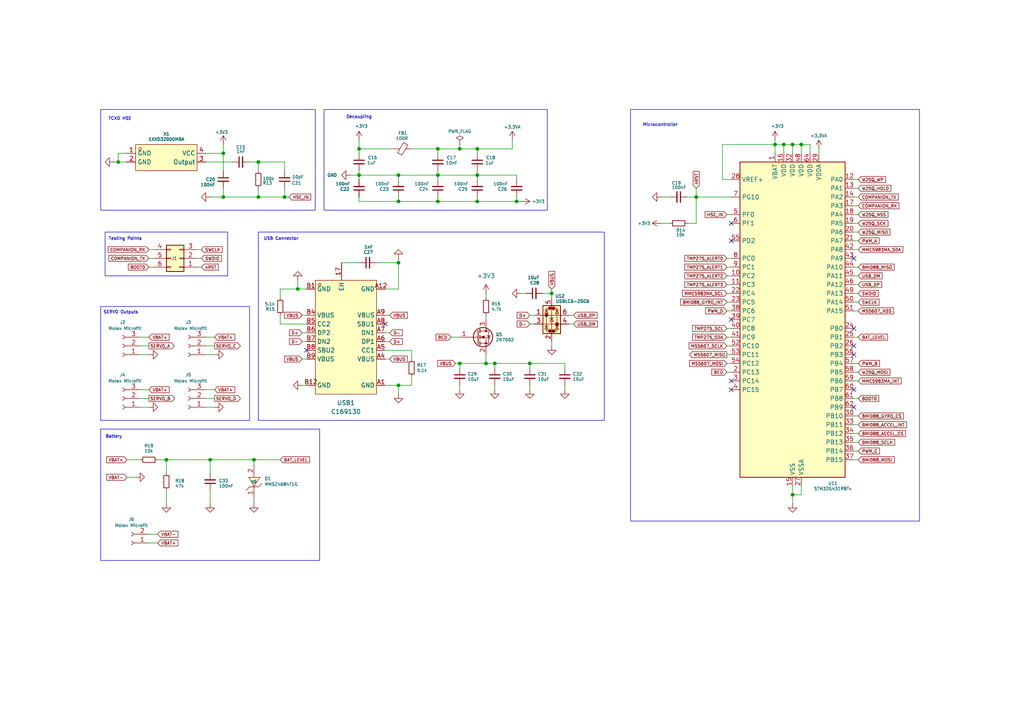
<source format=kicad_sch>
(kicad_sch (version 20231120) (generator "eeschema") (generator_version "8.0")
  (paper "A4")
  (title_block (title "Airbrake") (date "2025-01-21") (rev "0") (company "CUHAR") (comment 2 "Controller"))
  (junction (at 74.93 46.99))
  (junction (at 227.33 41.91))
  (junction (at 229.87 41.91))
  (junction (at 143.51 105.41))
  (junction (at 160.02 85.09))
  (junction (at 34.29 46.99))
  (junction (at 115.57 111.76))
  (junction (at 115.57 50.8))
  (junction (at 48.26 133.35))
  (junction (at 127 43.18))
  (junction (at 86.36 83.82))
  (junction (at 73.66 133.35))
  (junction (at 104.14 50.8))
  (junction (at 127 58.42))
  (junction (at 133.35 105.41))
  (junction (at 153.67 105.41))
  (junction (at 74.93 57.15))
  (junction (at 229.87 143.51))
  (junction (at 60.96 133.35))
  (junction (at 138.43 43.18))
  (junction (at 149.86 58.42))
  (junction (at 201.93 57.15))
  (junction (at 115.57 58.42))
  (junction (at 138.43 58.42))
  (junction (at 133.35 43.18))
  (junction (at 115.57 76.2))
  (junction (at 138.43 50.8))
  (junction (at 140.97 105.41))
  (junction (at 224.79 41.91))
  (junction (at 104.14 43.18))
  (junction (at 64.77 57.15))
  (junction (at 64.77 44.45))
  (junction (at 127 50.8))
  (junction (at 82.55 57.15))
  (junction (at 232.41 41.91))
  (no_connect (at 247.65 74.93))
  (no_connect (at 247.65 113.03))
  (no_connect (at 212.09 110.49))
  (no_connect (at 247.65 100.33))
  (no_connect (at 247.65 102.87))
  (no_connect (at 247.65 118.11))
  (no_connect (at 212.09 69.85))
  (no_connect (at 212.09 64.77))
  (no_connect (at 247.65 95.25))
  (no_connect (at 111.76 93.98))
  (no_connect (at 212.09 92.71))
  (no_connect (at 88.9 101.6))
  (no_connect (at 212.09 113.03))
  (wire (pts (xy 232.41 140.97) (xy 232.41 143.51)))
  (wire (pts (xy 153.67 105.41) (xy 163.83 105.41)))
  (wire (pts (xy 74.93 57.15) (xy 82.55 57.15)))
  (wire (pts (xy 74.93 54.61) (xy 74.93 57.15)))
  (wire (pts (xy 248.92 82.55) (xy 247.65 82.55)))
  (wire (pts (xy 149.86 58.42) (xy 149.86 57.15)))
  (wire (pts (xy 104.14 50.8) (xy 101.6 50.8)))
  (wire (pts (xy 88.9 99.06) (xy 87.63 99.06)))
  (wire (pts (xy 138.43 43.18) (xy 138.43 44.45)))
  (wire (pts (xy 212.09 90.17) (xy 210.82 90.17)))
  (wire (pts (xy 140.97 102.87) (xy 140.97 105.41)))
  (wire (pts (xy 160.02 85.09) (xy 160.02 86.36)))
  (wire (pts (xy 248.92 133.35) (xy 247.65 133.35)))
  (wire (pts (xy 224.79 40.64) (xy 224.79 41.91)))
  (wire (pts (xy 81.28 83.82) (xy 86.36 83.82)))
  (wire (pts (xy 138.43 43.18) (xy 133.35 43.18)))
  (wire (pts (xy 87.63 104.14) (xy 88.9 104.14)))
  (wire (pts (xy 234.95 41.91) (xy 232.41 41.91)))
  (wire (pts (xy 248.92 128.27) (xy 247.65 128.27)))
  (wire (pts (xy 224.79 44.45) (xy 224.79 41.91)))
  (wire (pts (xy 227.33 41.91) (xy 227.33 44.45)))
  (wire (pts (xy 74.93 46.99) (xy 72.39 46.99)))
  (wire (pts (xy 73.66 144.78) (xy 73.66 146.05)))
  (wire (pts (xy 232.41 41.91) (xy 232.41 44.45)))
  (wire (pts (xy 165.1 91.44) (xy 166.37 91.44)))
  (wire (pts (xy 115.57 111.76) (xy 115.57 114.3)))
  (wire (pts (xy 81.28 93.98) (xy 88.9 93.98)))
  (wire (pts (xy 133.35 105.41) (xy 140.97 105.41)))
  (wire (pts (xy 36.83 138.43) (xy 39.37 138.43)))
  (wire (pts (xy 82.55 57.15) (xy 83.82 57.15)))
  (wire (pts (xy 149.86 52.07) (xy 149.86 50.8)))
  (wire (pts (xy 212.09 95.25) (xy 210.82 95.25)))
  (wire (pts (xy 232.41 41.91) (xy 229.87 41.91)))
  (wire (pts (xy 138.43 58.42) (xy 127 58.42)))
  (wire (pts (xy 212.09 107.95) (xy 210.82 107.95)))
  (wire (pts (xy 232.41 143.51) (xy 229.87 143.51)))
  (wire (pts (xy 44.45 72.39) (xy 43.18 72.39)))
  (wire (pts (xy 224.79 41.91) (xy 209.55 41.91)))
  (wire (pts (xy 201.93 64.77) (xy 199.39 64.77)))
  (wire (pts (xy 248.92 52.07) (xy 247.65 52.07)))
  (wire (pts (xy 248.92 80.01) (xy 247.65 80.01)))
  (wire (pts (xy 160.02 99.06) (xy 160.02 100.33)))
  (wire (pts (xy 153.67 105.41) (xy 153.67 106.68)))
  (wire (pts (xy 194.31 57.15) (xy 191.77 57.15)))
  (wire (pts (xy 111.76 91.44) (xy 113.03 91.44)))
  (wire (pts (xy 133.35 41.91) (xy 133.35 43.18)))
  (wire (pts (xy 163.83 105.41) (xy 163.83 106.68)))
  (wire (pts (xy 57.15 77.47) (xy 58.42 77.47)))
  (wire (pts (xy 248.92 77.47) (xy 247.65 77.47)))
  (wire (pts (xy 165.1 93.98) (xy 166.37 93.98)))
  (wire (pts (xy 229.87 143.51) (xy 229.87 146.05)))
  (wire (pts (xy 74.93 46.99) (xy 82.55 46.99)))
  (wire (pts (xy 212.09 100.33) (xy 210.82 100.33)))
  (wire (pts (xy 82.55 54.61) (xy 82.55 57.15)))
  (wire (pts (xy 248.92 87.63) (xy 247.65 87.63)))
  (wire (pts (xy 154.94 91.44) (xy 153.67 91.44)))
  (wire (pts (xy 237.49 43.18) (xy 237.49 44.45)))
  (wire (pts (xy 234.95 41.91) (xy 234.95 44.45)))
  (wire (pts (xy 62.23 97.79) (xy 59.69 97.79)))
  (wire (pts (xy 201.93 57.15) (xy 201.93 64.77)))
  (wire (pts (xy 148.59 43.18) (xy 138.43 43.18)))
  (wire (pts (xy 229.87 41.91) (xy 229.87 44.45)))
  (wire (pts (xy 64.77 54.61) (xy 64.77 57.15)))
  (wire (pts (xy 151.13 58.42) (xy 149.86 58.42)))
  (wire (pts (xy 138.43 58.42) (xy 138.43 57.15)))
  (wire (pts (xy 43.18 102.87) (xy 40.64 102.87)))
  (wire (pts (xy 64.77 41.91) (xy 64.77 44.45)))
  (wire (pts (xy 62.23 100.33) (xy 59.69 100.33)))
  (wire (pts (xy 248.92 57.15) (xy 247.65 57.15)))
  (wire (pts (xy 57.15 74.93) (xy 58.42 74.93)))
  (wire (pts (xy 104.14 40.64) (xy 104.14 43.18)))
  (wire (pts (xy 115.57 74.93) (xy 115.57 76.2)))
  (wire (pts (xy 143.51 105.41) (xy 143.51 106.68)))
  (wire (pts (xy 115.57 58.42) (xy 104.14 58.42)))
  (wire (pts (xy 119.38 43.18) (xy 127 43.18)))
  (wire (pts (xy 247.65 115.57) (xy 248.92 115.57)))
  (wire (pts (xy 160.02 83.82) (xy 160.02 85.09)))
  (wire (pts (xy 127 50.8) (xy 115.57 50.8)))
  (wire (pts (xy 149.86 58.42) (xy 138.43 58.42)))
  (wire (pts (xy 194.31 64.77) (xy 191.77 64.77)))
  (wire (pts (xy 64.77 49.53) (xy 64.77 44.45)))
  (wire (pts (xy 88.9 83.82) (xy 86.36 83.82)))
  (wire (pts (xy 248.92 130.81) (xy 247.65 130.81)))
  (wire (pts (xy 60.96 133.35) (xy 60.96 137.16)))
  (wire (pts (xy 111.76 96.52) (xy 113.03 96.52)))
  (wire (pts (xy 133.35 43.18) (xy 127 43.18)))
  (wire (pts (xy 104.14 76.2) (xy 99.06 76.2)))
  (wire (pts (xy 224.79 41.91) (xy 227.33 41.91)))
  (wire (pts (xy 248.92 105.41) (xy 247.65 105.41)))
  (wire (pts (xy 133.35 105.41) (xy 133.35 106.68)))
  (wire (pts (xy 43.18 97.79) (xy 40.64 97.79)))
  (wire (pts (xy 248.92 107.95) (xy 247.65 107.95)))
  (wire (pts (xy 209.55 41.91) (xy 209.55 52.07)))
  (wire (pts (xy 248.92 62.23) (xy 247.65 62.23)))
  (wire (pts (xy 48.26 133.35) (xy 48.26 137.16)))
  (wire (pts (xy 33.02 46.99) (xy 34.29 46.99)))
  (wire (pts (xy 143.51 105.41) (xy 153.67 105.41)))
  (wire (pts (xy 212.09 62.23) (xy 210.82 62.23)))
  (wire (pts (xy 140.97 91.44) (xy 140.97 92.71)))
  (wire (pts (xy 115.57 83.82) (xy 111.76 83.82)))
  (wire (pts (xy 132.08 105.41) (xy 133.35 105.41)))
  (wire (pts (xy 45.72 133.35) (xy 48.26 133.35)))
  (wire (pts (xy 138.43 50.8) (xy 127 50.8)))
  (wire (pts (xy 60.96 57.15) (xy 64.77 57.15)))
  (wire (pts (xy 119.38 109.22) (xy 119.38 111.76)))
  (wire (pts (xy 104.14 49.53) (xy 104.14 50.8)))
  (wire (pts (xy 62.23 115.57) (xy 59.69 115.57)))
  (wire (pts (xy 36.83 44.45) (xy 34.29 44.45)))
  (wire (pts (xy 248.92 90.17) (xy 247.65 90.17)))
  (wire (pts (xy 62.23 118.11) (xy 59.69 118.11)))
  (wire (pts (xy 115.57 50.8) (xy 115.57 52.07)))
  (wire (pts (xy 248.92 123.19) (xy 247.65 123.19)))
  (wire (pts (xy 81.28 86.36) (xy 81.28 83.82)))
  (wire (pts (xy 138.43 49.53) (xy 138.43 50.8)))
  (wire (pts (xy 115.57 58.42) (xy 115.57 57.15)))
  (wire (pts (xy 212.09 87.63) (xy 210.82 87.63)))
  (wire (pts (xy 201.93 57.15) (xy 199.39 57.15)))
  (wire (pts (xy 148.59 40.64) (xy 148.59 43.18)))
  (wire (pts (xy 212.09 77.47) (xy 210.82 77.47)))
  (wire (pts (xy 34.29 46.99) (xy 36.83 46.99)))
  (wire (pts (xy 140.97 85.09) (xy 140.97 86.36)))
  (wire (pts (xy 74.93 46.99) (xy 74.93 49.53)))
  (wire (pts (xy 248.92 59.69) (xy 247.65 59.69)))
  (wire (pts (xy 34.29 44.45) (xy 34.29 46.99)))
  (wire (pts (xy 119.38 111.76) (xy 115.57 111.76)))
  (wire (pts (xy 111.76 101.6) (xy 119.38 101.6)))
  (wire (pts (xy 127 57.15) (xy 127 58.42)))
  (wire (pts (xy 119.38 101.6) (xy 119.38 104.14)))
  (wire (pts (xy 138.43 50.8) (xy 138.43 52.07)))
  (wire (pts (xy 212.09 105.41) (xy 210.82 105.41)))
  (wire (pts (xy 104.14 43.18) (xy 114.3 43.18)))
  (wire (pts (xy 212.09 80.01) (xy 210.82 80.01)))
  (wire (pts (xy 64.77 57.15) (xy 74.93 57.15)))
  (wire (pts (xy 104.14 58.42) (xy 104.14 57.15)))
  (wire (pts (xy 43.18 118.11) (xy 40.64 118.11)))
  (wire (pts (xy 127 50.8) (xy 127 52.07)))
  (wire (pts (xy 86.36 83.82) (xy 86.36 81.28)))
  (wire (pts (xy 48.26 133.35) (xy 60.96 133.35)))
  (wire (pts (xy 248.92 85.09) (xy 247.65 85.09)))
  (wire (pts (xy 60.96 133.35) (xy 73.66 133.35)))
  (wire (pts (xy 212.09 82.55) (xy 210.82 82.55)))
  (wire (pts (xy 60.96 146.05) (xy 60.96 142.24)))
  (wire (pts (xy 43.18 115.57) (xy 40.64 115.57)))
  (wire (pts (xy 248.92 69.85) (xy 247.65 69.85)))
  (wire (pts (xy 111.76 104.14) (xy 113.03 104.14)))
  (wire (pts (xy 127 49.53) (xy 127 50.8)))
  (wire (pts (xy 48.26 142.24) (xy 48.26 146.05)))
  (wire (pts (xy 62.23 113.03) (xy 59.69 113.03)))
  (wire (pts (xy 44.45 74.93) (xy 43.18 74.93)))
  (wire (pts (xy 248.92 97.79) (xy 247.65 97.79)))
  (wire (pts (xy 44.45 77.47) (xy 43.18 77.47)))
  (wire (pts (xy 43.18 100.33) (xy 40.64 100.33)))
  (wire (pts (xy 248.92 120.65) (xy 247.65 120.65)))
  (wire (pts (xy 248.92 125.73) (xy 247.65 125.73)))
  (wire (pts (xy 248.92 67.31) (xy 247.65 67.31)))
  (wire (pts (xy 115.57 76.2) (xy 115.57 83.82)))
  (wire (pts (xy 104.14 50.8) (xy 115.57 50.8)))
  (wire (pts (xy 212.09 97.79) (xy 210.82 97.79)))
  (wire (pts (xy 248.92 72.39) (xy 247.65 72.39)))
  (wire (pts (xy 212.09 85.09) (xy 210.82 85.09)))
  (wire (pts (xy 43.18 113.03) (xy 40.64 113.03)))
  (wire (pts (xy 73.66 133.35) (xy 81.28 133.35)))
  (wire (pts (xy 59.69 46.99) (xy 67.31 46.99)))
  (wire (pts (xy 212.09 102.87) (xy 210.82 102.87)))
  (wire (pts (xy 127 43.18) (xy 127 44.45)))
  (wire (pts (xy 248.92 54.61) (xy 247.65 54.61)))
  (wire (pts (xy 151.13 85.09) (xy 152.4 85.09)))
  (wire (pts (xy 82.55 46.99) (xy 82.55 49.53)))
  (wire (pts (xy 248.92 110.49) (xy 247.65 110.49)))
  (wire (pts (xy 212.09 57.15) (xy 201.93 57.15)))
  (wire (pts (xy 130.81 97.79) (xy 133.35 97.79)))
  (wire (pts (xy 59.69 44.45) (xy 64.77 44.45)))
  (wire (pts (xy 212.09 74.93) (xy 210.82 74.93)))
  (wire (pts (xy 88.9 111.76) (xy 87.63 111.76)))
  (wire (pts (xy 149.86 50.8) (xy 138.43 50.8)))
  (wire (pts (xy 153.67 111.76) (xy 153.67 113.03)))
  (wire (pts (xy 229.87 41.91) (xy 227.33 41.91)))
  (wire (pts (xy 111.76 111.76) (xy 115.57 111.76)))
  (wire (pts (xy 81.28 91.44) (xy 81.28 93.98)))
  (wire (pts (xy 87.63 96.52) (xy 88.9 96.52)))
  (wire (pts (xy 133.35 111.76) (xy 133.35 113.03)))
  (wire (pts (xy 229.87 140.97) (xy 229.87 143.51)))
  (wire (pts (xy 111.76 99.06) (xy 113.03 99.06)))
  (wire (pts (xy 143.51 111.76) (xy 143.51 113.03)))
  (wire (pts (xy 62.23 102.87) (xy 59.69 102.87)))
  (wire (pts (xy 36.83 133.35) (xy 40.64 133.35)))
  (wire (pts (xy 201.93 54.61) (xy 201.93 57.15)))
  (wire (pts (xy 104.14 44.45) (xy 104.14 43.18)))
  (wire (pts (xy 57.15 72.39) (xy 58.42 72.39)))
  (wire (pts (xy 140.97 105.41) (xy 143.51 105.41)))
  (wire (pts (xy 127 58.42) (xy 115.57 58.42)))
  (wire (pts (xy 157.48 85.09) (xy 160.02 85.09)))
  (wire (pts (xy 43.18 157.48) (xy 45.72 157.48)))
  (wire (pts (xy 104.14 50.8) (xy 104.14 52.07)))
  (wire (pts (xy 248.92 64.77) (xy 247.65 64.77)))
  (wire (pts (xy 43.18 154.94) (xy 45.72 154.94)))
  (wire (pts (xy 163.83 111.76) (xy 163.83 113.03)))
  (wire (pts (xy 109.22 76.2) (xy 115.57 76.2)))
  (wire (pts (xy 209.55 52.07) (xy 212.09 52.07)))
  (wire (pts (xy 154.94 93.98) (xy 153.67 93.98)))
  (wire (pts (xy 73.66 134.62) (xy 73.66 133.35)))
  (wire (pts (xy 87.63 91.44) (xy 88.9 91.44)))
  (rectangle (start 29.21 124.46) (end 92.71 162.56))
  (rectangle (start 74.93 67.31) (end 175.26 121.92))
  (rectangle (start 182.88 31.75) (end 266.7 151.13))
  (rectangle (start 29.21 31.75) (end 91.44 60.96))
  (rectangle (start 30.48 67.31) (end 66.04 80.01))
  (rectangle (start 93.98 31.75) (end 158.75 60.96))
  (rectangle (start 29.21 88.9) (end 72.39 121.92))
  (text "Testing Points" (at 36.322 69.342 0) (effects (font (size 0.889 0.889))))
  (text "Microcontroller" (at 191.516 36.322 0) (effects (font (size 0.889 0.889))))
  (text "Decoupling" (at 104.14 34.036 0) (effects (font (size 0.889 0.889))))
  (text "Battery" (at 33.02 126.746 0) (effects (font (size 0.889 0.889))))
  (text "USB Connector" (at 81.534 69.342 0) (effects (font (size 0.889 0.889))))
  (text "SERVO Outputs" (at 35.052 90.678 0) (effects (font (size 0.889 0.889))))
  (text "TCXO HSE" (at 34.798 34.544 0) (effects (font (size 0.889 0.889))))
  (global_label "D-" (shape input) (at 153.67 93.98 180) (effects (font (size 0.889 0.889))) (property "Intersheetrefs" "${INTERSHEET_REFS}" (effects (hide yes))))
  (global_label "VBUS" (shape input) (at 87.63 104.14 180) (effects (font (size 0.889 0.889))) (property "Intersheetrefs" "${INTERSHEET_REFS}" (effects (hide yes))))
  (global_label "W25Q_SCK" (shape input) (at 248.92 64.77 0) (effects (font (size 0.889 0.889))) (property "Intersheetrefs" "${INTERSHEET_REFS}" (effects (hide yes))))
  (global_label "BMI088_MISO" (shape input) (at 248.92 77.47 0) (effects (font (size 0.889 0.889))) (property "Intersheetrefs" "${INTERSHEET_REFS}" (effects (hide yes))))
  (global_label "USB_DM" (shape input) (at 166.37 93.98 0) (effects (font (size 0.889 0.889))) (property "Intersheetrefs" "${INTERSHEET_REFS}" (effects (hide yes))))
  (global_label "VBUS" (shape input) (at 132.08 105.41 180) (effects (font (size 0.889 0.889))) (property "Intersheetrefs" "${INTERSHEET_REFS}" (effects (hide yes))))
  (global_label "HSE_IN" (shape input) (at 210.82 62.23 180) (effects (font (size 0.889 0.889))) (property "Intersheetrefs" "${INTERSHEET_REFS}" (effects (hide yes))))
  (global_label "MMC5983MA_SCL" (shape input) (at 210.82 85.09 180) (effects (font (size 0.889 0.889))) (property "Intersheetrefs" "${INTERSHEET_REFS}" (effects (hide yes))))
  (global_label "W25Q_MOSI" (shape input) (at 248.92 107.95 0) (effects (font (size 0.889 0.889))) (property "Intersheetrefs" "${INTERSHEET_REFS}" (effects (hide yes))))
  (global_label "MS5607_NSS" (shape input) (at 248.92 90.17 0) (effects (font (size 0.889 0.889))) (property "Intersheetrefs" "${INTERSHEET_REFS}" (effects (hide yes))))
  (global_label "MS5607_SCLK" (shape input) (at 210.82 100.33 180) (effects (font (size 0.889 0.889))) (property "Intersheetrefs" "${INTERSHEET_REFS}" (effects (hide yes))))
  (global_label "BMI088_MOSI" (shape input) (at 248.92 133.35 0) (effects (font (size 0.889 0.889))) (property "Intersheetrefs" "${INTERSHEET_REFS}" (effects (hide yes))))
  (global_label "BAT_LEVEL" (shape input) (at 81.28 133.35 0) (effects (font (size 0.889 0.889))) (property "Intersheetrefs" "${INTERSHEET_REFS}" (effects (hide yes))))
  (global_label "TMP275_ALERT3" (shape input) (at 210.82 82.55 180) (effects (font (size 0.889 0.889))) (property "Intersheetrefs" "${INTERSHEET_REFS}" (effects (hide yes))))
  (global_label "VBAT+" (shape input) (at 43.18 97.79 0) (effects (font (size 0.889 0.889))) (property "Intersheetrefs" "${INTERSHEET_REFS}" (effects (hide yes))))
  (global_label "USB_DM" (shape input) (at 248.92 80.01 0) (effects (font (size 0.889 0.889))) (property "Intersheetrefs" "${INTERSHEET_REFS}" (effects (hide yes))))
  (global_label "SWCLK" (shape input) (at 248.92 87.63 0) (effects (font (size 0.889 0.889))) (property "Intersheetrefs" "${INTERSHEET_REFS}" (effects (hide yes))))
  (global_label "TMP275_ALERT2" (shape input) (at 210.82 80.01 180) (effects (font (size 0.889 0.889))) (property "Intersheetrefs" "${INTERSHEET_REFS}" (effects (hide yes))))
  (global_label "BMI088_SCLK" (shape input) (at 248.92 128.27 0) (effects (font (size 0.889 0.889))) (property "Intersheetrefs" "${INTERSHEET_REFS}" (effects (hide yes))))
  (global_label "TMP275_ALERT0" (shape input) (at 210.82 74.93 180) (effects (font (size 0.889 0.889))) (property "Intersheetrefs" "${INTERSHEET_REFS}" (effects (hide yes))))
  (global_label "W25Q_WP" (shape input) (at 248.92 52.07 0) (effects (font (size 0.889 0.889))) (property "Intersheetrefs" "${INTERSHEET_REFS}" (effects (hide yes))))
  (global_label "VBUS" (shape input) (at 113.03 91.44 0) (effects (font (size 0.889 0.889))) (property "Intersheetrefs" "${INTERSHEET_REFS}" (effects (hide yes))))
  (global_label "W25Q_NSS" (shape input) (at 248.92 62.23 0) (effects (font (size 0.889 0.889))) (property "Intersheetrefs" "${INTERSHEET_REFS}" (effects (hide yes))))
  (global_label "VBUS" (shape input) (at 113.03 104.14 0) (effects (font (size 0.889 0.889))) (property "Intersheetrefs" "${INTERSHEET_REFS}" (effects (hide yes))))
  (global_label "VBAT+" (shape input) (at 62.23 113.03 0) (effects (font (size 0.889 0.889))) (property "Intersheetrefs" "${INTERSHEET_REFS}" (effects (hide yes))))
  (global_label "nRST" (shape input) (at 58.42 77.47 0) (effects (font (size 0.889 0.889))) (property "Intersheetrefs" "${INTERSHEET_REFS}" (effects (hide yes))))
  (global_label "SERVO_C" (shape output) (at 62.23 100.33 0) (effects (font (size 0.889 0.889))) (property "Intersheetrefs" "${INTERSHEET_REFS}" (effects (hide yes))))
  (global_label "MMC5983MA_INT" (shape input) (at 248.92 110.49 0) (effects (font (size 0.889 0.889))) (property "Intersheetrefs" "${INTERSHEET_REFS}" (effects (hide yes))))
  (global_label "VBUS" (shape input) (at 87.63 91.44 180) (effects (font (size 0.889 0.889))) (property "Intersheetrefs" "${INTERSHEET_REFS}" (effects (hide yes))))
  (global_label "VBAT+" (shape input) (at 43.18 113.03 0) (effects (font (size 0.889 0.889))) (property "Intersheetrefs" "${INTERSHEET_REFS}" (effects (hide yes))))
  (global_label "VBAT-" (shape input) (at 45.72 154.94 0) (effects (font (size 0.889 0.889))) (property "Intersheetrefs" "${INTERSHEET_REFS}" (effects (hide yes))))
  (global_label "BMI088_ACCEL_CS" (shape input) (at 248.92 125.73 0) (effects (font (size 0.889 0.889))) (property "Intersheetrefs" "${INTERSHEET_REFS}" (effects (hide yes))))
  (global_label "USB_DP" (shape input) (at 166.37 91.44 0) (effects (font (size 0.889 0.889))) (property "Intersheetrefs" "${INTERSHEET_REFS}" (effects (hide yes))))
  (global_label "SWDIO" (shape input) (at 248.92 85.09 0) (effects (font (size 0.889 0.889))) (property "Intersheetrefs" "${INTERSHEET_REFS}" (effects (hide yes))))
  (global_label "BCD" (shape input) (at 210.82 107.95 180) (effects (font (size 0.889 0.889))) (property "Intersheetrefs" "${INTERSHEET_REFS}" (effects (hide yes))))
  (global_label "COMPANION_RX" (shape input) (at 43.18 72.39 180) (effects (font (size 0.889 0.889))) (property "Intersheetrefs" "${INTERSHEET_REFS}" (effects (hide yes))))
  (global_label "VBUS" (shape input) (at 160.02 83.82 90) (effects (font (size 0.889 0.889))) (property "Intersheetrefs" "${INTERSHEET_REFS}" (effects (hide yes))))
  (global_label "VBAT+" (shape input) (at 36.83 133.35 180) (effects (font (size 0.889 0.889))) (property "Intersheetrefs" "${INTERSHEET_REFS}" (effects (hide yes))))
  (global_label "PWM_B" (shape input) (at 248.92 105.41 0) (effects (font (size 0.889 0.889))) (property "Intersheetrefs" "${INTERSHEET_REFS}" (effects (hide yes))))
  (global_label "SERVO_B" (shape output) (at 43.18 115.57 0) (effects (font (size 0.889 0.889))) (property "Intersheetrefs" "${INTERSHEET_REFS}" (effects (hide yes))))
  (global_label "TMP275_SCL" (shape input) (at 210.82 95.25 180) (effects (font (size 0.889 0.889))) (property "Intersheetrefs" "${INTERSHEET_REFS}" (effects (hide yes))))
  (global_label "D-" (shape input) (at 87.63 99.06 180) (effects (font (size 0.889 0.889))) (property "Intersheetrefs" "${INTERSHEET_REFS}" (effects (hide yes))))
  (global_label "BCD" (shape input) (at 130.81 97.79 180) (effects (font (size 0.889 0.889))) (property "Intersheetrefs" "${INTERSHEET_REFS}" (effects (hide yes))))
  (global_label "PWM_D" (shape input) (at 210.82 90.17 180) (effects (font (size 0.889 0.889))) (property "Intersheetrefs" "${INTERSHEET_REFS}" (effects (hide yes))))
  (global_label "BOOT0" (shape input) (at 43.18 77.47 180) (effects (font (size 0.889 0.889))) (property "Intersheetrefs" "${INTERSHEET_REFS}" (effects (hide yes))))
  (global_label "SERVO_D" (shape output) (at 62.23 115.57 0) (effects (font (size 0.889 0.889))) (property "Intersheetrefs" "${INTERSHEET_REFS}" (effects (hide yes))))
  (global_label "D+" (shape input) (at 113.03 99.06 0) (effects (font (size 0.889 0.889))) (property "Intersheetrefs" "${INTERSHEET_REFS}" (effects (hide yes))))
  (global_label "BOOT0" (shape input) (at 248.92 115.57 0) (effects (font (size 0.889 0.889))) (property "Intersheetrefs" "${INTERSHEET_REFS}" (effects (hide yes))))
  (global_label "BMI088_GYRO_INT" (shape input) (at 210.82 87.63 180) (effects (font (size 0.889 0.889))) (property "Intersheetrefs" "${INTERSHEET_REFS}" (effects (hide yes))))
  (global_label "D-" (shape input) (at 113.03 96.52 0) (effects (font (size 0.889 0.889))) (property "Intersheetrefs" "${INTERSHEET_REFS}" (effects (hide yes))))
  (global_label "BAT_LEVEL" (shape input) (at 248.92 97.79 0) (effects (font (size 0.889 0.889))) (property "Intersheetrefs" "${INTERSHEET_REFS}" (effects (hide yes))))
  (global_label "MMC5983MA_SDA" (shape input) (at 248.92 72.39 0) (effects (font (size 0.889 0.889))) (property "Intersheetrefs" "${INTERSHEET_REFS}" (effects (hide yes))))
  (global_label "D+" (shape input) (at 153.67 91.44 180) (effects (font (size 0.889 0.889))) (property "Intersheetrefs" "${INTERSHEET_REFS}" (effects (hide yes))))
  (global_label "HSE_IN" (shape input) (at 83.82 57.15 0) (effects (font (size 0.889 0.889))) (property "Intersheetrefs" "${INTERSHEET_REFS}" (effects (hide yes))))
  (global_label "D+" (shape input) (at 87.63 96.52 180) (effects (font (size 0.889 0.889))) (property "Intersheetrefs" "${INTERSHEET_REFS}" (effects (hide yes))))
  (global_label "COMPANION_RX" (shape input) (at 248.92 59.69 0) (effects (font (size 0.889 0.889))) (property "Intersheetrefs" "${INTERSHEET_REFS}" (effects (hide yes))))
  (global_label "COMPANION_TX" (shape input) (at 248.92 57.15 0) (effects (font (size 0.889 0.889))) (property "Intersheetrefs" "${INTERSHEET_REFS}" (effects (hide yes))))
  (global_label "W25Q_MISO" (shape input) (at 248.92 67.31 0) (effects (font (size 0.889 0.889))) (property "Intersheetrefs" "${INTERSHEET_REFS}" (effects (hide yes))))
  (global_label "SWCLK" (shape input) (at 58.42 72.39 0) (effects (font (size 0.889 0.889))) (property "Intersheetrefs" "${INTERSHEET_REFS}" (effects (hide yes))))
  (global_label "VBAT+" (shape input) (at 45.72 157.48 0) (effects (font (size 0.889 0.889))) (property "Intersheetrefs" "${INTERSHEET_REFS}" (effects (hide yes))))
  (global_label "VBAT-" (shape input) (at 36.83 138.43 180) (effects (font (size 0.889 0.889))) (property "Intersheetrefs" "${INTERSHEET_REFS}" (effects (hide yes))))
  (global_label "USB_DP" (shape input) (at 248.92 82.55 0) (effects (font (size 0.889 0.889))) (property "Intersheetrefs" "${INTERSHEET_REFS}" (effects (hide yes))))
  (global_label "SERVO_A" (shape output) (at 43.18 100.33 0) (effects (font (size 0.889 0.889))) (property "Intersheetrefs" "${INTERSHEET_REFS}" (effects (hide yes))))
  (global_label "VBAT+" (shape input) (at 62.23 97.79 0) (effects (font (size 0.889 0.889))) (property "Intersheetrefs" "${INTERSHEET_REFS}" (effects (hide yes))))
  (global_label "TMP275_ALERT1" (shape input) (at 210.82 77.47 180) (effects (font (size 0.889 0.889))) (property "Intersheetrefs" "${INTERSHEET_REFS}" (effects (hide yes))))
  (global_label "BMI088_ACCEL_INT" (shape input) (at 248.92 123.19 0) (effects (font (size 0.889 0.889))) (property "Intersheetrefs" "${INTERSHEET_REFS}" (effects (hide yes))))
  (global_label "nRST" (shape input) (at 201.93 54.61 90) (effects (font (size 0.889 0.889))) (property "Intersheetrefs" "${INTERSHEET_REFS}" (effects (hide yes))))
  (global_label "SWDIO" (shape input) (at 58.42 74.93 0) (effects (font (size 0.889 0.889))) (property "Intersheetrefs" "${INTERSHEET_REFS}" (effects (hide yes))))
  (global_label "MS5607_MOSI" (shape input) (at 210.82 105.41 180) (effects (font (size 0.889 0.889))) (property "Intersheetrefs" "${INTERSHEET_REFS}" (effects (hide yes))))
  (global_label "PWM_C" (shape input) (at 248.92 130.81 0) (effects (font (size 0.889 0.889))) (property "Intersheetrefs" "${INTERSHEET_REFS}" (effects (hide yes))))
  (global_label "PWM_A" (shape input) (at 248.92 69.85 0) (effects (font (size 0.889 0.889))) (property "Intersheetrefs" "${INTERSHEET_REFS}" (effects (hide yes))))
  (global_label "COMPANION_TX" (shape input) (at 43.18 74.93 180) (effects (font (size 0.889 0.889))) (property "Intersheetrefs" "${INTERSHEET_REFS}" (effects (hide yes))))
  (global_label "BMI088_GYRO_CS" (shape input) (at 248.92 120.65 0) (effects (font (size 0.889 0.889))) (property "Intersheetrefs" "${INTERSHEET_REFS}" (effects (hide yes))))
  (global_label "TMP275_SDA" (shape input) (at 210.82 97.79 180) (effects (font (size 0.889 0.889))) (property "Intersheetrefs" "${INTERSHEET_REFS}" (effects (hide yes))))
  (global_label "W25Q_HOLD" (shape input) (at 248.92 54.61 0) (effects (font (size 0.889 0.889))) (property "Intersheetrefs" "${INTERSHEET_REFS}" (effects (hide yes))))
  (global_label "MS5607_MISO" (shape output) (at 210.82 102.87 180) (effects (font (size 0.889 0.889))) (property "Intersheetrefs" "${INTERSHEET_REFS}" (effects (hide yes))))
  (symbol (lib_id "Power_Protection:USBLC6-2SC6") (at 160.02 91.44 0) (unit 1)
    (property "Reference" "U12" (at 161.036 85.852 0) (effects (font (size 0.889 0.889)) (justify left)))
    (property "Value" "USBLC6-2SC6" (at 161.1631 87.376 0) (effects (font (size 0.889 0.889)) (justify left)))
    (property "Footprint" "Package_TO_SOT_SMD:SOT-23-6" (effects (hide yes)))
    (property "Datasheet" "https://www.st.com/resource/en/datasheet/usblc6-2.pdf" (effects (hide yes)))
    (property "Description" "Very low capacitance ESD protection diode, 2 data-line, SOT-23-6" (effects (hide yes)))
  )
  (symbol (lib_id "Device:C_Small") (at 60.96 139.7 180) (unit 1)
    (property "Reference" "C33" (at 63.5 139.446 0) (effects (font (size 0.889 0.889)) (justify right)))
    (property "Value" "100nF" (at 63.5 140.9635 0) (effects (font (size 0.889 0.889)) (justify right)))
    (property "Footprint" "Capacitor_SMD:C_0402_1005Metric_Pad0.74x0.62mm_HandSolder" (effects (hide yes)))
    (property "Description" "Unpolarized capacitor, small symbol" (effects (hide yes)))
  )
  (symbol (lib_id "power:GND") (at 191.77 57.15 270) (unit 1)
    (property "Reference" "#PWR044" (effects (hide yes)))
    (property "Value" "GND" (effects (hide yes)))
    (property "Description" "Power symbol creates a global label with name \"GND\" , ground" (effects (hide yes)))
  )
  (symbol (lib_id "Device:C_Small") (at 196.85 57.15 270) (unit 1)
    (property "Reference" "C19" (at 194.818 53.0859 90) (effects (font (size 0.889 0.889)) (justify left)))
    (property "Value" "100nF" (at 194.818 54.356 90) (effects (font (size 0.889 0.889)) (justify left)))
    (property "Footprint" "Capacitor_SMD:C_0402_1005Metric_Pad0.74x0.62mm_HandSolder" (effects (hide yes)))
    (property "Description" "Unpolarized capacitor, small symbol" (effects (hide yes)))
  )
  (symbol (lib_id "power:GND") (at 33.02 46.99 270) (unit 1)
    (property "Reference" "#PWR043" (effects (hide yes)))
    (property "Value" "GND" (effects (hide yes)))
    (property "Description" "Power symbol creates a global label with name \"GND\" , ground" (effects (hide yes)))
  )
  (symbol (lib_id "Device:C_Small") (at 133.35 109.22 0) (unit 1)
    (property "Reference" "C29" (at 135.636 108.458 0) (effects (font (size 0.889 0.889)) (justify left)))
    (property "Value" "10uF" (at 135.636 109.982 0) (effects (font (size 0.889 0.889)) (justify left)))
    (property "Footprint" "Capacitor_SMD:C_0402_1005Metric_Pad0.74x0.62mm_HandSolder" (effects (hide yes)))
    (property "Description" "Unpolarized capacitor, small symbol" (effects (hide yes)))
  )
  (symbol (lib_id "Device:C_Small") (at 154.94 85.09 90) (unit 1)
    (property "Reference" "C28" (at 156.464 82.042 90) (effects (font (size 0.889 0.889)) (justify left)))
    (property "Value" "10uF" (at 156.464 80.518 90) (effects (font (size 0.889 0.889)) (justify left)))
    (property "Footprint" "Capacitor_SMD:C_0402_1005Metric_Pad0.74x0.62mm_HandSolder" (effects (hide yes)))
    (property "Description" "Unpolarized capacitor, small symbol" (effects (hide yes)))
  )
  (symbol (lib_id "MCU_ST_STM32G4:STM32G431RBTx") (at 229.87 92.71 0) (unit 1)
    (property "Reference" "U11" (at 241.554 140.208 0) (effects (font (size 0.889 0.889))))
    (property "Value" "STM32G431RBTx" (at 241.554 141.732 0) (effects (font (size 0.889 0.889))))
    (property "Footprint" "Package_QFP:LQFP-64_10x10mm_P0.5mm" (effects (hide yes)))
    (property "Datasheet" "https://www.st.com/resource/en/datasheet/stm32g431rb.pdf" (effects (hide yes)))
    (property "Description" "STMicroelectronics Arm Cortex-M4 MCU, 128KB flash, 32KB RAM, 170 MHz, 1.71-3.6V, 52 GPIO, LQFP64" (effects (hide yes)))
  )
  (symbol (lib_id "Device:R_Small") (at 81.28 88.9 180) (unit 1)
    (property "Reference" "R15" (at 79.756 89.6619 0) (effects (font (size 0.889 0.889)) (justify left)))
    (property "Value" "5.1k" (at 79.756 88.138 0) (effects (font (size 0.889 0.889)) (justify left)))
    (property "Footprint" "Resistor_SMD:R_0402_1005Metric_Pad0.72x0.64mm_HandSolder" (effects (hide yes)))
    (property "Description" "Resistor, small symbol" (effects (hide yes)))
  )
  (symbol (lib_id "power:GND") (at 115.57 114.3 0) (unit 1)
    (property "Reference" "#PWR061" (effects (hide yes)))
    (property "Value" "GND" (effects (hide yes)))
    (property "Description" "Power symbol creates a global label with name \"GND\" , ground" (effects (hide yes)))
  )
  (symbol (lib_id "power:GND") (at 160.02 100.33 0) (unit 1)
    (property "Reference" "#PWR053" (effects (hide yes)))
    (property "Value" "GND" (effects (hide yes)))
    (property "Description" "Power symbol creates a global label with name \"GND\" , ground" (effects (hide yes)))
  )
  (symbol (lib_id "Device:C_Small") (at 163.83 109.22 0) (unit 1)
    (property "Reference" "C32" (at 166.116 108.458 0) (effects (font (size 0.889 0.889)) (justify left)))
    (property "Value" "10uF" (at 166.116 109.982 0) (effects (font (size 0.889 0.889)) (justify left)))
    (property "Footprint" "Capacitor_SMD:C_0402_1005Metric_Pad0.74x0.62mm_HandSolder" (effects (hide yes)))
    (property "Description" "Unpolarized capacitor, small symbol" (effects (hide yes)))
  )
  (symbol (lib_id "Connector_Generic:Conn_02x03_Counter_Clockwise") (at 52.07 74.93 180) (unit 1)
    (property "Reference" "J1" (at 50.546 74.93 0) (effects (font (size 0.889 0.889))))
    (property "Value" "Conn_02x03_Counter_Clockwise" (effects (hide yes)))
    (property "Footprint" "Connector_PinHeader_2.54mm:PinHeader_2x03_P2.54mm_Vertical" (effects (hide yes)))
    (property "Description" "Generic connector, double row, 02x03, counter clockwise pin numbering scheme (similar to DIP package numbering), script generated (kicad-library-utils/schlib/autogen/connector/)" (effects (hide yes)))
  )
  (symbol (lib_id "power:+3V3") (at 224.79 40.64 0) (unit 1)
    (property "Reference" "#PWR038" (effects (hide yes)))
    (property "Value" "+3V3" (at 227.33 36.576 0) (effects (font (size 0.889 0.889)) (justify right)))
    (property "Description" "Power symbol creates a global label with name \"+3V3\"" (effects (hide yes)))
  )
  (symbol (lib_id "Device:R_Small") (at 43.18 133.35 90) (unit 1)
    (property "Reference" "R19" (at 43.18 129.286 90) (effects (font (size 0.889 0.889))))
    (property "Value" "10k" (at 43.18 130.81 90) (effects (font (size 0.889 0.889))))
    (property "Footprint" "Resistor_SMD:R_0402_1005Metric_Pad0.72x0.64mm_HandSolder" (effects (hide yes)))
    (property "Description" "Resistor, small symbol" (effects (hide yes)))
  )
  (symbol (lib_id "Connector:Conn_01x02_Socket") (at 38.1 157.48 180) (unit 1)
    (property "Reference" "J6" (at 38.1 150.622 0) (effects (font (size 0.889 0.889))))
    (property "Value" "Molex Microfit" (at 38.1 152.4 0) (effects (font (size 0.889 0.889))))
    (property "Footprint" "Connector_Molex:Molex_Micro-Fit_3.0_43650-0215_1x02_P3.00mm_Vertical" (effects (hide yes)))
    (property "Description" "Generic connector, single row, 01x02, script generated" (effects (hide yes)))
  )
  (symbol (lib_id "power:GND") (at 60.96 57.15 270) (unit 1)
    (property "Reference" "#PWR047" (effects (hide yes)))
    (property "Value" "GND" (effects (hide yes)))
    (property "Description" "Power symbol creates a global label with name \"GND\" , ground" (effects (hide yes)))
  )
  (symbol (lib_id "Device:R_Small") (at 119.38 106.68 0) (unit 1)
    (property "Reference" "R17" (at 120.904 105.9181 0) (effects (font (size 0.889 0.889)) (justify left)))
    (property "Value" "5.1k" (at 120.904 107.442 0) (effects (font (size 0.889 0.889)) (justify left)))
    (property "Footprint" "Resistor_SMD:R_0402_1005Metric_Pad0.72x0.64mm_HandSolder" (effects (hide yes)))
    (property "Description" "Resistor, small symbol" (effects (hide yes)))
  )
  (symbol (lib_id "power:GND") (at 73.66 146.05 0) (unit 1)
    (property "Reference" "#PWR067" (effects (hide yes)))
    (property "Value" "GND" (effects (hide yes)))
    (property "Description" "Power symbol creates a global label with name \"GND\" , ground" (effects (hide yes)))
  )
  (symbol (lib_id "power:GND") (at 87.63 111.76 270) (unit 1)
    (property "Reference" "#PWR060" (effects (hide yes)))
    (property "Value" "GND" (effects (hide yes)))
    (property "Description" "Power symbol creates a global label with name \"GND\" , ground" (effects (hide yes)))
  )
  (symbol (lib_id "Device:C_Small") (at 138.43 46.99 0) (unit 1)
    (property "Reference" "C18" (at 140.97 45.7262 0) (effects (font (size 0.889 0.889)) (justify left)))
    (property "Value" "1uF" (at 140.7541 47.2502 0) (effects (font (size 0.889 0.889)) (justify left)))
    (property "Footprint" "Capacitor_SMD:C_0402_1005Metric_Pad0.74x0.62mm_HandSolder" (effects (hide yes)))
    (property "Description" "Unpolarized capacitor, small symbol" (effects (hide yes)))
  )
  (symbol (lib_id "power:+3.3V") (at 148.59 40.64 0) (unit 1)
    (property "Reference" "#PWR041" (effects (hide yes)))
    (property "Value" "+3.3VA" (at 148.59 36.83 0) (effects (font (size 0.889 0.889))))
    (property "Description" "Power symbol creates a global label with name \"+3.3V\"" (effects (hide yes)))
  )
  (symbol (lib_id "Device:C_Small") (at 104.14 46.99 0) (unit 1)
    (property "Reference" "C16" (at 106.68 45.7262 0) (effects (font (size 0.889 0.889)) (justify left)))
    (property "Value" "1uF" (at 106.4641 47.2502 0) (effects (font (size 0.889 0.889)) (justify left)))
    (property "Footprint" "Capacitor_SMD:C_0402_1005Metric_Pad0.74x0.62mm_HandSolder" (effects (hide yes)))
    (property "Description" "Unpolarized capacitor, small symbol" (effects (hide yes)))
  )
  (symbol (lib_id "Device:C_Small") (at 149.86 54.61 180) (unit 1)
    (property "Reference" "C26" (at 147.1041 54.8578 0) (effects (font (size 0.889 0.889)) (justify left)))
    (property "Value" "100nF" (at 147.32 53.3338 0) (effects (font (size 0.889 0.889)) (justify left)))
    (property "Footprint" "Capacitor_SMD:C_0402_1005Metric_Pad0.74x0.62mm_HandSolder" (effects (hide yes)))
    (property "Description" "Unpolarized capacitor, small symbol" (effects (hide yes)))
  )
  (symbol (lib_id "power:+3V3") (at 140.97 85.09 0) (unit 1)
    (property "Reference" "#PWR051" (effects (hide yes)))
    (property "Value" "+3V3" (at 140.97 80.01 0))
    (property "Description" "Power symbol creates a global label with name \"+3V3\"" (effects (hide yes)))
  )
  (symbol (lib_id "Connector:Conn_01x03_Socket") (at 35.56 100.33 180) (unit 1)
    (property "Reference" "J2" (at 35.56 93.472 0) (effects (font (size 0.889 0.889))))
    (property "Value" "Molex Microfit" (at 36.195 95.25 0) (effects (font (size 0.889 0.889))))
    (property "Footprint" "Connector_Molex:Molex_Micro-Fit_3.0_43650-0315_1x03_P3.00mm_Vertical" (effects (hide yes)))
    (property "Description" "Generic connector, single row, 01x03, script generated" (effects (hide yes)))
  )
  (symbol (lib_id "power:+3.3V") (at 237.49 43.18 0) (unit 1)
    (property "Reference" "#PWR039" (effects (hide yes)))
    (property "Value" "+3.3VA" (at 237.49 39.37 0) (effects (font (size 0.889 0.889))))
    (property "Description" "Power symbol creates a global label with name \"+3.3V\"" (effects (hide yes)))
  )
  (symbol (lib_id "Device:R_Small") (at 196.85 64.77 270) (unit 1)
    (property "Reference" "R14" (at 196.088 66.802 90) (effects (font (size 0.889 0.889)) (justify left)))
    (property "Value" "10k" (at 196.088 68.0721 90) (effects (font (size 0.889 0.889)) (justify left)))
    (property "Footprint" "Resistor_SMD:R_0402_1005Metric_Pad0.72x0.64mm_HandSolder" (effects (hide yes)))
    (property "Description" "Resistor, small symbol" (effects (hide yes)))
  )
  (symbol (lib_id "power:GND") (at 153.67 113.03 0) (unit 1)
    (property "Reference" "#PWR058" (effects (hide yes)))
    (property "Value" "GND" (effects (hide yes)))
    (property "Description" "Power symbol creates a global label with name \"GND\" , ground" (effects (hide yes)))
  )
  (symbol (lib_id "EasyEDA:1XXD32000MBA") (at 48.26 45.72 0) (unit 1)
    (property "Reference" "X1" (at 48.26 38.862 0) (effects (font (size 0.889 0.889))))
    (property "Value" "1XXD32000MBA" (at 48.26 40.386 0) (effects (font (size 0.889 0.889))))
    (property "Footprint" "EasyEDA:OSC-SMD_4P-L2.0-W1.6-BL_1XXD" (effects (hide yes)))
    (property "Datasheet" "https://lcsc.com/product-detail/New-Arrivals_KDS-Daishinku-KDS-1XXD32000MBA_C253694.html" (effects (hide yes)))
    (property "LCSC Part" "C253694" (effects (hide yes)))
  )
  (symbol (lib_id "power:GND") (at 101.6 50.8 270) (unit 1)
    (property "Reference" "#PWR045" (effects (hide yes)))
    (property "Value" "GND" (at 97.79 50.7999 90) (effects (font (size 0.889 0.889)) (justify right)))
    (property "Description" "Power symbol creates a global label with name \"GND\" , ground" (effects (hide yes)))
  )
  (symbol (lib_id "power:GND") (at 163.83 113.03 0) (unit 1)
    (property "Reference" "#PWR059" (effects (hide yes)))
    (property "Value" "GND" (effects (hide yes)))
    (property "Description" "Power symbol creates a global label with name \"GND\" , ground" (effects (hide yes)))
  )
  (symbol (lib_id "power:GND") (at 151.13 85.09 270) (unit 1)
    (property "Reference" "#PWR052" (effects (hide yes)))
    (property "Value" "GND" (effects (hide yes)))
    (property "Description" "Power symbol creates a global label with name \"GND\" , ground" (effects (hide yes)))
  )
  (symbol (lib_id "EasyEDA:C169130") (at 99.06 96.52 0) (unit 1)
    (property "Reference" "USB1" (at 100.33 116.84 0))
    (property "Value" "C169130" (at 100.33 119.38 0))
    (property "Footprint" "EasyEDA:USB-C-SMD_TYPE-C3.1-02" (effects (hide yes)))
    (property "Datasheet" "https://lcsc.com/product-detail/USB-Connectors_Jing-Extension-of-the-Electronic-Co-Jing-Extension-of-the-Electronic-Co-TYPE-C-3-1Female16P-Sink-boardSMT0-8H-6-50L-High-temperature_C169130.html" (effects (hide yes)))
    (property "LCSC Part" "C169130" (effects (hide yes)))
  )
  (symbol (lib_id "Device:C_Small") (at 69.85 46.99 90) (unit 1)
    (property "Reference" "C15" (at 69.85 42.672 90) (effects (font (size 0.889 0.889))))
    (property "Value" "1nF" (at 69.85 43.942 90) (effects (font (size 0.889 0.889))))
    (property "Footprint" "Capacitor_SMD:C_0402_1005Metric_Pad0.74x0.62mm_HandSolder" (effects (hide yes)))
    (property "Description" "Unpolarized capacitor, small symbol" (effects (hide yes)))
  )
  (symbol (lib_id "EasyEDA:MMSZ4684T1G") (at 73.66 139.7 90) (unit 1)
    (property "Reference" "D1" (at 76.708 138.8111 90) (effects (font (size 0.889 0.889)) (justify right)))
    (property "Value" "MMSZ4684T1G" (at 76.708 140.462 90) (effects (font (size 0.889 0.889)) (justify right)))
    (property "Footprint" "EasyEDA:SOD-123_L2.7-W1.6-LS3.7-RD" (effects (hide yes)))
    (property "Datasheet" "https://lcsc.com/product-detail/Zener-Diodes_ON_MMSZ4684T1G_MMSZ4684T1G_C24672.html" (effects (hide yes)))
    (property "LCSC Part" "C24672" (effects (hide yes)))
  )
  (symbol (lib_id "Transistor_FET:2N7002") (at 138.43 97.79 0) (unit 1)
    (property "Reference" "Q5" (at 143.764 97.0279 0) (effects (font (size 0.889 0.889)) (justify left)))
    (property "Value" "2N7002" (at 143.764 98.552 0) (effects (font (size 0.889 0.889)) (justify left)))
    (property "Footprint" "Package_TO_SOT_SMD:SOT-23" (effects (hide yes)))
    (property "Datasheet" "https://www.onsemi.com/pub/Collateral/NDS7002A-D.PDF" (effects (hide yes)))
    (property "Description" "0.115A Id, 60V Vds, N-Channel MOSFET, SOT-23" (effects (hide yes)))
  )
  (symbol (lib_id "Device:C_Small") (at 138.43 54.61 180) (unit 1)
    (property "Reference" "C25" (at 135.6741 54.8578 0) (effects (font (size 0.889 0.889)) (justify left)))
    (property "Value" "100nF" (at 135.89 53.3338 0) (effects (font (size 0.889 0.889)) (justify left)))
    (property "Footprint" "Capacitor_SMD:C_0402_1005Metric_Pad0.74x0.62mm_HandSolder" (effects (hide yes)))
    (property "Description" "Unpolarized capacitor, small symbol" (effects (hide yes)))
  )
  (symbol (lib_id "Device:C_Small") (at 104.14 54.61 180) (unit 1)
    (property "Reference" "C22" (at 101.3841 54.8578 0) (effects (font (size 0.889 0.889)) (justify left)))
    (property "Value" "100nF" (at 101.6 53.3338 0) (effects (font (size 0.889 0.889)) (justify left)))
    (property "Footprint" "Capacitor_SMD:C_0402_1005Metric_Pad0.74x0.62mm_HandSolder" (effects (hide yes)))
    (property "Description" "Unpolarized capacitor, small symbol" (effects (hide yes)))
  )
  (symbol (lib_id "Device:C_Small") (at 127 54.61 180) (unit 1)
    (property "Reference" "C24" (at 124.2441 54.8578 0) (effects (font (size 0.889 0.889)) (justify left)))
    (property "Value" "100nF" (at 124.46 53.3338 0) (effects (font (size 0.889 0.889)) (justify left)))
    (property "Footprint" "Capacitor_SMD:C_0402_1005Metric_Pad0.74x0.62mm_HandSolder" (effects (hide yes)))
    (property "Description" "Unpolarized capacitor, small symbol" (effects (hide yes)))
  )
  (symbol (lib_id "power:GND") (at 143.51 113.03 0) (unit 1)
    (property "Reference" "#PWR057" (effects (hide yes)))
    (property "Value" "GND" (effects (hide yes)))
    (property "Description" "Power symbol creates a global label with name \"GND\" , ground" (effects (hide yes)))
  )
  (symbol (lib_id "Connector:Conn_01x03_Socket") (at 35.56 115.57 180) (unit 1)
    (property "Reference" "J4" (at 35.56 108.712 0) (effects (font (size 0.889 0.889))))
    (property "Value" "Molex Microfit" (at 36.195 110.49 0) (effects (font (size 0.889 0.889))))
    (property "Footprint" "Connector_Molex:Molex_Micro-Fit_3.0_43650-0315_1x03_P3.00mm_Vertical" (effects (hide yes)))
    (property "Description" "Generic connector, single row, 01x03, script generated" (effects (hide yes)))
  )
  (symbol (lib_id "Device:R_Small") (at 74.93 52.07 0) (unit 1)
    (property "Reference" "R13" (at 76.2 53.086 0) (effects (font (size 0.889 0.889)) (justify left)))
    (property "Value" "100k" (at 76.2 51.816 0) (effects (font (size 0.889 0.889)) (justify left)))
    (property "Footprint" "Resistor_SMD:R_0402_1005Metric_Pad0.72x0.64mm_HandSolder" (effects (hide yes)))
    (property "Description" "Resistor, small symbol" (effects (hide yes)))
  )
  (symbol (lib_id "Connector:Conn_01x03_Socket") (at 54.61 100.33 180) (unit 1)
    (property "Reference" "J3" (at 54.61 93.472 0) (effects (font (size 0.889 0.889))))
    (property "Value" "Molex Microfit" (at 55.245 95.25 0) (effects (font (size 0.889 0.889))))
    (property "Footprint" "Connector_Molex:Molex_Micro-Fit_3.0_43650-0315_1x03_P3.00mm_Vertical" (effects (hide yes)))
    (property "Description" "Generic connector, single row, 01x03, script generated" (effects (hide yes)))
  )
  (symbol (lib_id "Device:C_Small") (at 82.55 52.07 180) (unit 1)
    (property "Reference" "C21" (at 87.376 53.086 0) (effects (font (size 0.889 0.889)) (justify left)))
    (property "Value" "10pF" (at 88.138 51.308 0) (effects (font (size 0.889 0.889)) (justify left)))
    (property "Footprint" "Capacitor_SMD:C_0402_1005Metric_Pad0.74x0.62mm_HandSolder" (effects (hide yes)))
    (property "Description" "Unpolarized capacitor, small symbol" (effects (hide yes)))
  )
  (symbol (lib_id "power:GND") (at 48.26 146.05 0) (unit 1)
    (property "Reference" "#PWR065" (effects (hide yes)))
    (property "Value" "GND" (effects (hide yes)))
    (property "Description" "Power symbol creates a global label with name \"GND\" , ground" (effects (hide yes)))
  )
  (symbol (lib_id "Device:C_Small") (at 153.67 109.22 0) (unit 1)
    (property "Reference" "C31" (at 155.956 108.458 0) (effects (font (size 0.889 0.889)) (justify left)))
    (property "Value" "10uF" (at 155.956 109.982 0) (effects (font (size 0.889 0.889)) (justify left)))
    (property "Footprint" "Capacitor_SMD:C_0402_1005Metric_Pad0.74x0.62mm_HandSolder" (effects (hide yes)))
    (property "Description" "Unpolarized capacitor, small symbol" (effects (hide yes)))
  )
  (symbol (lib_id "Device:C_Small") (at 64.77 52.07 0) (unit 1)
    (property "Reference" "C20" (at 59.69 52.07 0) (effects (font (size 0.889 0.889)) (justify left)))
    (property "Value" "100nF" (at 58.166 53.594 0) (effects (font (size 0.889 0.889)) (justify left)))
    (property "Footprint" "Capacitor_SMD:C_0402_1005Metric_Pad0.74x0.62mm_HandSolder" (effects (hide yes)))
    (property "Description" "Unpolarized capacitor, small symbol" (effects (hide yes)))
  )
  (symbol (lib_id "power:GND") (at 86.36 81.28 180) (unit 1)
    (property "Reference" "#PWR050" (effects (hide yes)))
    (property "Value" "GND" (effects (hide yes)))
    (property "Description" "Power symbol creates a global label with name \"GND\" , ground" (effects (hide yes)))
  )
  (symbol (lib_id "power:GND") (at 43.18 118.11 90) (unit 1)
    (property "Reference" "#PWR062" (effects (hide yes)))
    (property "Value" "GND" (effects (hide yes)))
    (property "Description" "Power symbol creates a global label with name \"GND\" , ground" (effects (hide yes)))
  )
  (symbol (lib_id "Device:R_Small") (at 48.26 139.7 0) (unit 1)
    (property "Reference" "R18" (at 50.8 139.446 0) (effects (font (size 0.889 0.889)) (justify left)))
    (property "Value" "47k" (at 50.8 140.9699 0) (effects (font (size 0.889 0.889)) (justify left)))
    (property "Footprint" "Resistor_SMD:R_0402_1005Metric_Pad0.72x0.64mm_HandSolder" (effects (hide yes)))
    (property "Description" "Resistor, small symbol" (effects (hide yes)))
  )
  (symbol (lib_id "power:+3V3") (at 64.77 41.91 0) (unit 1)
    (property "Reference" "#PWR042" (effects (hide yes)))
    (property "Value" "+3V3" (at 64.262 38.354 0) (effects (font (size 0.889 0.889))))
    (property "Description" "Power symbol creates a global label with name \"+3V3\"" (effects (hide yes)))
  )
  (symbol (lib_id "power:GND") (at 39.37 138.43 90) (unit 1)
    (property "Reference" "#PWR068" (effects (hide yes)))
    (property "Value" "GND" (effects (hide yes)))
    (property "Description" "Power symbol creates a global label with name \"GND\" , ground" (effects (hide yes)))
  )
  (symbol (lib_id "power:GND") (at 60.96 146.05 0) (unit 1)
    (property "Reference" "#PWR066" (effects (hide yes)))
    (property "Value" "GND" (effects (hide yes)))
    (property "Description" "Power symbol creates a global label with name \"GND\" , ground" (effects (hide yes)))
  )
  (symbol (lib_id "Device:C_Small") (at 127 46.99 0) (unit 1)
    (property "Reference" "C17" (at 129.54 45.7262 0) (effects (font (size 0.889 0.889)) (justify left)))
    (property "Value" "10nF" (at 129.3241 47.2502 0) (effects (font (size 0.889 0.889)) (justify left)))
    (property "Footprint" "Capacitor_SMD:C_0402_1005Metric_Pad0.74x0.62mm_HandSolder" (effects (hide yes)))
    (property "Description" "Unpolarized capacitor, small symbol" (effects (hide yes)))
  )
  (symbol (lib_id "power:GND") (at 62.23 102.87 90) (unit 1)
    (property "Reference" "#PWR055" (effects (hide yes)))
    (property "Value" "GND" (effects (hide yes)))
    (property "Description" "Power symbol creates a global label with name \"GND\" , ground" (effects (hide yes)))
  )
  (symbol (lib_id "Device:C_Small") (at 106.68 76.2 90) (unit 1)
    (property "Reference" "C27" (at 108.204 73.152 90) (effects (font (size 0.889 0.889)) (justify left)))
    (property "Value" "1nF" (at 108.204 71.628 90) (effects (font (size 0.889 0.889)) (justify left)))
    (property "Footprint" "Capacitor_SMD:C_0402_1005Metric_Pad0.74x0.62mm_HandSolder" (effects (hide yes)))
    (property "Description" "Unpolarized capacitor, small symbol" (effects (hide yes)))
  )
  (symbol (lib_id "Device:C_Small") (at 143.51 109.22 0) (unit 1)
    (property "Reference" "C30" (at 145.796 108.458 0) (effects (font (size 0.889 0.889)) (justify left)))
    (property "Value" "10uF" (at 145.796 109.982 0) (effects (font (size 0.889 0.889)) (justify left)))
    (property "Footprint" "Capacitor_SMD:C_0402_1005Metric_Pad0.74x0.62mm_HandSolder" (effects (hide yes)))
    (property "Description" "Unpolarized capacitor, small symbol" (effects (hide yes)))
  )
  (symbol (lib_id "Connector:Conn_01x03_Socket") (at 54.61 115.57 180) (unit 1)
    (property "Reference" "J5" (at 54.61 108.712 0) (effects (font (size 0.889 0.889))))
    (property "Value" "Molex Microfit" (at 55.245 110.49 0) (effects (font (size 0.889 0.889))))
    (property "Footprint" "Connector_Molex:Molex_Micro-Fit_3.0_43650-0315_1x03_P3.00mm_Vertical" (effects (hide yes)))
    (property "Description" "Generic connector, single row, 01x03, script generated" (effects (hide yes)))
  )
  (symbol (lib_id "power:GND") (at 62.23 118.11 90) (unit 1)
    (property "Reference" "#PWR063" (effects (hide yes)))
    (property "Value" "GND" (effects (hide yes)))
    (property "Description" "Power symbol creates a global label with name \"GND\" , ground" (effects (hide yes)))
  )
  (symbol (lib_id "Device:C_Small") (at 115.57 54.61 180) (unit 1)
    (property "Reference" "C23" (at 112.8141 54.8578 0) (effects (font (size 0.889 0.889)) (justify left)))
    (property "Value" "100nF" (at 113.03 53.3338 0) (effects (font (size 0.889 0.889)) (justify left)))
    (property "Footprint" "Capacitor_SMD:C_0402_1005Metric_Pad0.74x0.62mm_HandSolder" (effects (hide yes)))
    (property "Description" "Unpolarized capacitor, small symbol" (effects (hide yes)))
  )
  (symbol (lib_id "power:+3V3") (at 151.13 58.42 270) (unit 1)
    (property "Reference" "#PWR048" (effects (hide yes)))
    (property "Value" "+3V3" (at 157.988 58.42 90) (effects (font (size 0.889 0.889)) (justify right)))
    (property "Description" "Power symbol creates a global label with name \"+3V3\"" (effects (hide yes)))
  )
  (symbol (lib_id "power:+3V3") (at 104.14 40.64 0) (unit 1)
    (property "Reference" "#PWR040" (effects (hide yes)))
    (property "Value" "+3V3" (at 106.68 36.576 0) (effects (font (size 0.889 0.889)) (justify right)))
    (property "Description" "Power symbol creates a global label with name \"+3V3\"" (effects (hide yes)))
  )
  (symbol (lib_id "power:GND") (at 43.18 102.87 90) (unit 1)
    (property "Reference" "#PWR054" (effects (hide yes)))
    (property "Value" "GND" (effects (hide yes)))
    (property "Description" "Power symbol creates a global label with name \"GND\" , ground" (effects (hide yes)))
  )
  (symbol (lib_id "Device:FerriteBead_Small") (at 116.84 43.18 90) (unit 1)
    (property "Reference" "FB1" (at 116.8019 38.608 90) (effects (font (size 0.889 0.889))))
    (property "Value" "100R" (at 116.586 40.132 90) (effects (font (size 0.889 0.889))))
    (property "Footprint" "Inductor_SMD:L_0603_1608Metric_Pad1.05x0.95mm_HandSolder" (effects (hide yes)))
    (property "Description" "Ferrite bead, small symbol" (effects (hide yes)))
  )
  (symbol (lib_id "power:PWR_FLAG") (at 133.35 41.91 0) (unit 1)
    (property "Reference" "#FLG01" (effects (hide yes)))
    (property "Value" "PWR_FLAG" (at 133.35 38.1 0) (effects (font (size 0.889 0.889))))
    (property "Description" "Special symbol for telling ERC where power comes from" (effects (hide yes)))
  )
  (symbol (lib_id "power:GND") (at 115.57 74.93 180) (unit 1)
    (property "Reference" "#PWR049" (effects (hide yes)))
    (property "Value" "GND" (effects (hide yes)))
    (property "Description" "Power symbol creates a global label with name \"GND\" , ground" (effects (hide yes)))
  )
  (symbol (lib_id "Device:R_Small") (at 140.97 88.9 0) (unit 1)
    (property "Reference" "R16" (at 142.494 88.1381 0) (effects (font (size 0.889 0.889)) (justify left)))
    (property "Value" "4.7k" (at 142.494 89.662 0) (effects (font (size 0.889 0.889)) (justify left)))
    (property "Footprint" "Resistor_SMD:R_0402_1005Metric_Pad0.72x0.64mm_HandSolder" (effects (hide yes)))
    (property "Description" "Resistor, small symbol" (effects (hide yes)))
  )
  (symbol (lib_id "power:GND") (at 229.87 146.05 0) (unit 1)
    (property "Reference" "#PWR064" (effects (hide yes)))
    (property "Value" "GND" (effects (hide yes)))
    (property "Description" "Power symbol creates a global label with name \"GND\" , ground" (effects (hide yes)))
  )
  (symbol (lib_id "power:+3V3") (at 191.77 64.77 90) (unit 1)
    (property "Reference" "#PWR046" (effects (hide yes)))
    (property "Value" "+3V3" (at 184.912 64.77 90) (effects (font (size 0.889 0.889)) (justify right)))
    (property "Description" "Power symbol creates a global label with name \"+3V3\"" (effects (hide yes)))
  )
  (symbol (lib_id "power:GND") (at 133.35 113.03 0) (unit 1)
    (property "Reference" "#PWR056" (effects (hide yes)))
    (property "Value" "GND" (effects (hide yes)))
    (property "Description" "Power symbol creates a global label with name \"GND\" , ground" (effects (hide yes)))
  )
)
</source>
